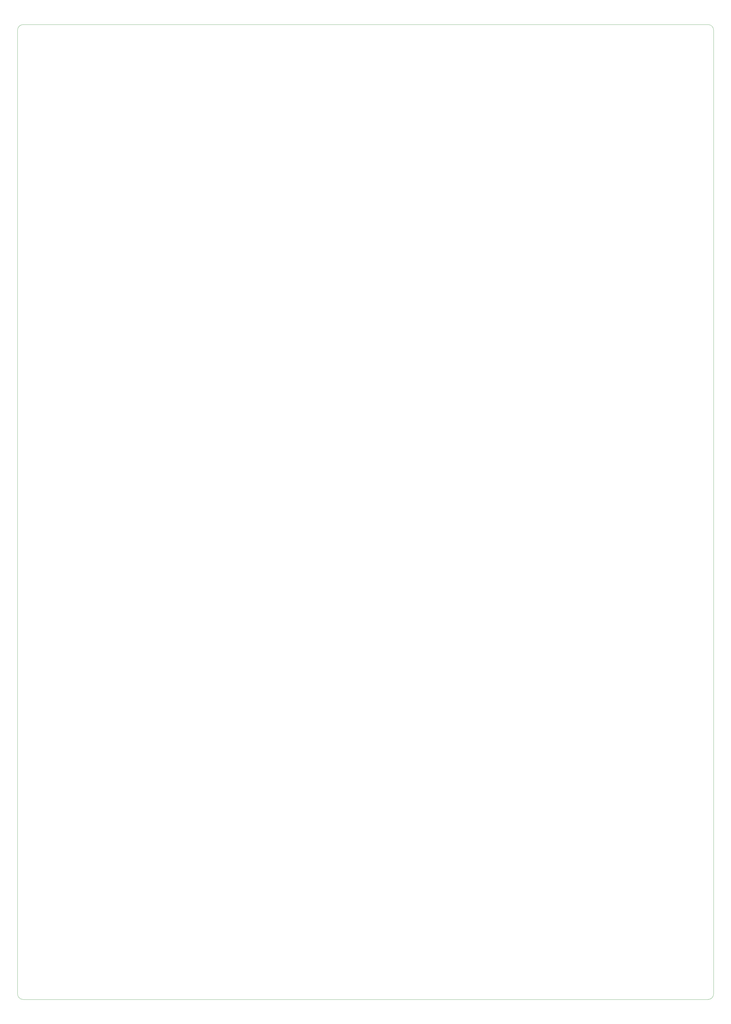
<source format=gko>
%FSLAX25Y25*%
%MOIN*%
G70*
G01*
G75*
G04 Layer_Color=16711935*
%ADD10R,0.10827X0.16929*%
%ADD11R,0.10827X0.22835*%
%ADD12R,0.11024X0.04921*%
%ADD13R,0.01378X0.02165*%
%ADD14R,0.19685X0.39370*%
%ADD15O,0.15748X0.31102*%
%ADD16O,0.15748X0.29134*%
%ADD17C,0.23622*%
%ADD18C,0.15748*%
%ADD19C,0.01181*%
%ADD20C,0.00100*%
%ADD21C,0.03937*%
%ADD22R,0.10630X0.04528*%
%ADD23R,0.00984X0.01772*%
%ADD24R,0.11221X0.17323*%
%ADD25R,0.11221X0.23228*%
%ADD26R,0.11417X0.05315*%
%ADD27R,0.01772X0.02559*%
%ADD28R,0.20079X0.39764*%
%ADD29C,0.24016*%
%ADD30C,0.16142*%
%ADD31C,0.00394*%
D31*
X-484252Y688977D02*
G03*
X-492126Y681103I0J-7874D01*
G01*
X492126D02*
G03*
X484252Y688977I-7874J0D01*
G01*
Y-688977D02*
G03*
X492126Y-681103I0J7874D01*
G01*
X-492126D02*
G03*
X-484252Y-688977I7874J0D01*
G01*
Y688977D02*
X484252D01*
X492126Y-681103D02*
Y681103D01*
X-484252Y-688977D02*
X484252D01*
X-492126Y-681103D02*
Y681103D01*
M02*

</source>
